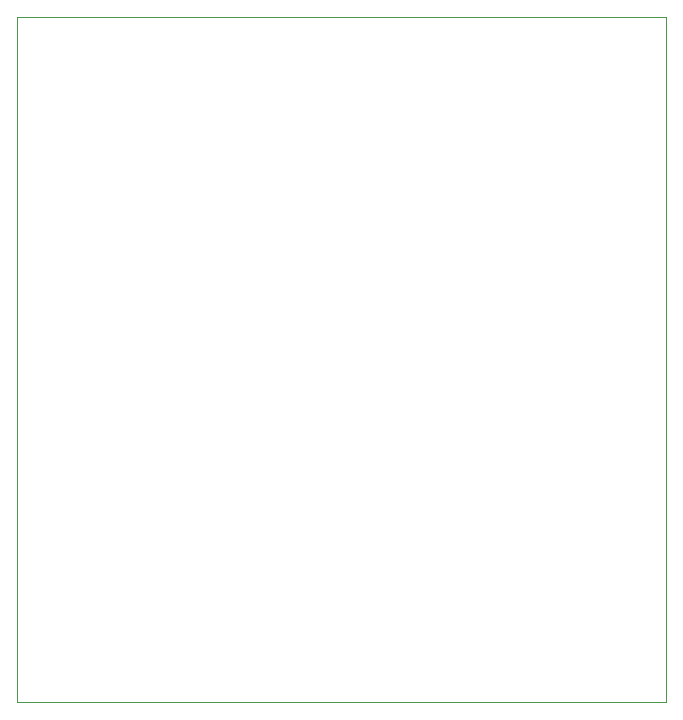
<source format=gbr>
%TF.GenerationSoftware,KiCad,Pcbnew,(6.0.4)*%
%TF.CreationDate,2022-07-17T16:02:17+02:00*%
%TF.ProjectId,uTerm2-s_exp,75546572-6d32-42d7-935f-6578702e6b69,rev?*%
%TF.SameCoordinates,PX6146580PY3dfd240*%
%TF.FileFunction,Profile,NP*%
%FSLAX46Y46*%
G04 Gerber Fmt 4.6, Leading zero omitted, Abs format (unit mm)*
G04 Created by KiCad (PCBNEW (6.0.4)) date 2022-07-17 16:02:17*
%MOMM*%
%LPD*%
G01*
G04 APERTURE LIST*
%TA.AperFunction,Profile*%
%ADD10C,0.100000*%
%TD*%
G04 APERTURE END LIST*
D10*
X55000000Y-58000000D02*
X0Y-58000000D01*
X0Y0D02*
X55000000Y0D01*
X55000000Y0D02*
X55000000Y-58000000D01*
X0Y-58000000D02*
X0Y0D01*
M02*

</source>
